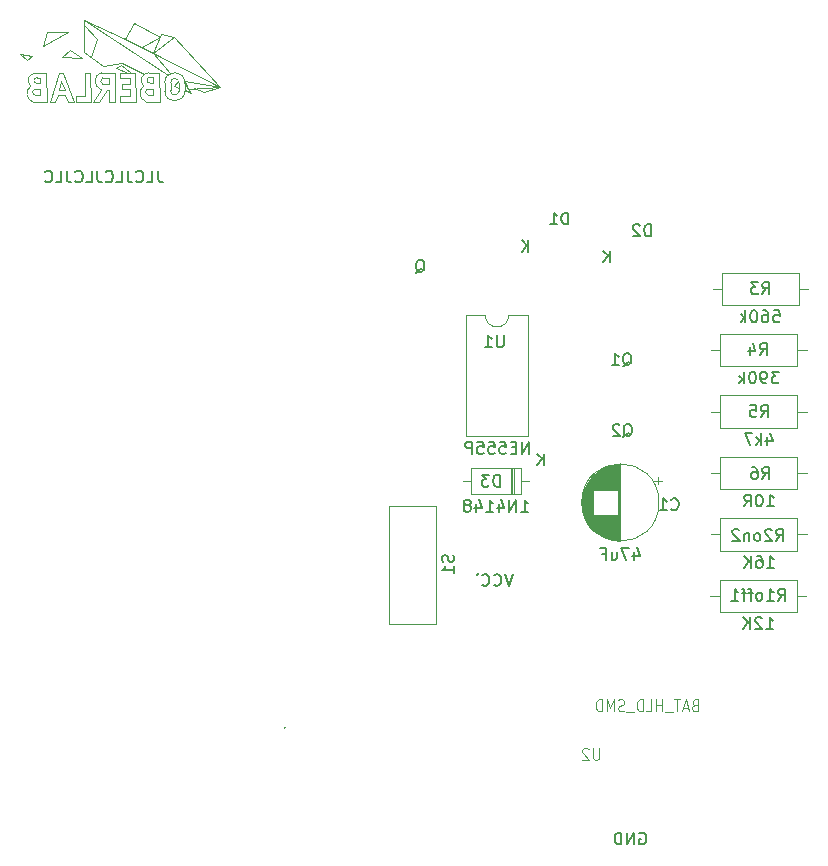
<source format=gbr>
%TF.GenerationSoftware,KiCad,Pcbnew,8.0.1*%
%TF.CreationDate,2024-04-02T10:11:43+02:00*%
%TF.ProjectId,Fledermaus I,466c6564-6572-46d6-9175-7320492e6b69,rev?*%
%TF.SameCoordinates,Original*%
%TF.FileFunction,Legend,Bot*%
%TF.FilePolarity,Positive*%
%FSLAX46Y46*%
G04 Gerber Fmt 4.6, Leading zero omitted, Abs format (unit mm)*
G04 Created by KiCad (PCBNEW 8.0.1) date 2024-04-02 10:11:43*
%MOMM*%
%LPD*%
G01*
G04 APERTURE LIST*
%ADD10C,0.150000*%
%ADD11C,0.050000*%
%ADD12C,0.120000*%
%ADD13C,0.010000*%
G04 APERTURE END LIST*
D10*
X51407506Y-54899819D02*
X51407506Y-55614104D01*
X51407506Y-55614104D02*
X51455125Y-55756961D01*
X51455125Y-55756961D02*
X51550363Y-55852200D01*
X51550363Y-55852200D02*
X51693220Y-55899819D01*
X51693220Y-55899819D02*
X51788458Y-55899819D01*
X50455125Y-55899819D02*
X50931315Y-55899819D01*
X50931315Y-55899819D02*
X50931315Y-54899819D01*
X49550363Y-55804580D02*
X49597982Y-55852200D01*
X49597982Y-55852200D02*
X49740839Y-55899819D01*
X49740839Y-55899819D02*
X49836077Y-55899819D01*
X49836077Y-55899819D02*
X49978934Y-55852200D01*
X49978934Y-55852200D02*
X50074172Y-55756961D01*
X50074172Y-55756961D02*
X50121791Y-55661723D01*
X50121791Y-55661723D02*
X50169410Y-55471247D01*
X50169410Y-55471247D02*
X50169410Y-55328390D01*
X50169410Y-55328390D02*
X50121791Y-55137914D01*
X50121791Y-55137914D02*
X50074172Y-55042676D01*
X50074172Y-55042676D02*
X49978934Y-54947438D01*
X49978934Y-54947438D02*
X49836077Y-54899819D01*
X49836077Y-54899819D02*
X49740839Y-54899819D01*
X49740839Y-54899819D02*
X49597982Y-54947438D01*
X49597982Y-54947438D02*
X49550363Y-54995057D01*
X48836077Y-54899819D02*
X48836077Y-55614104D01*
X48836077Y-55614104D02*
X48883696Y-55756961D01*
X48883696Y-55756961D02*
X48978934Y-55852200D01*
X48978934Y-55852200D02*
X49121791Y-55899819D01*
X49121791Y-55899819D02*
X49217029Y-55899819D01*
X47883696Y-55899819D02*
X48359886Y-55899819D01*
X48359886Y-55899819D02*
X48359886Y-54899819D01*
X46978934Y-55804580D02*
X47026553Y-55852200D01*
X47026553Y-55852200D02*
X47169410Y-55899819D01*
X47169410Y-55899819D02*
X47264648Y-55899819D01*
X47264648Y-55899819D02*
X47407505Y-55852200D01*
X47407505Y-55852200D02*
X47502743Y-55756961D01*
X47502743Y-55756961D02*
X47550362Y-55661723D01*
X47550362Y-55661723D02*
X47597981Y-55471247D01*
X47597981Y-55471247D02*
X47597981Y-55328390D01*
X47597981Y-55328390D02*
X47550362Y-55137914D01*
X47550362Y-55137914D02*
X47502743Y-55042676D01*
X47502743Y-55042676D02*
X47407505Y-54947438D01*
X47407505Y-54947438D02*
X47264648Y-54899819D01*
X47264648Y-54899819D02*
X47169410Y-54899819D01*
X47169410Y-54899819D02*
X47026553Y-54947438D01*
X47026553Y-54947438D02*
X46978934Y-54995057D01*
X46264648Y-54899819D02*
X46264648Y-55614104D01*
X46264648Y-55614104D02*
X46312267Y-55756961D01*
X46312267Y-55756961D02*
X46407505Y-55852200D01*
X46407505Y-55852200D02*
X46550362Y-55899819D01*
X46550362Y-55899819D02*
X46645600Y-55899819D01*
X45312267Y-55899819D02*
X45788457Y-55899819D01*
X45788457Y-55899819D02*
X45788457Y-54899819D01*
X44407505Y-55804580D02*
X44455124Y-55852200D01*
X44455124Y-55852200D02*
X44597981Y-55899819D01*
X44597981Y-55899819D02*
X44693219Y-55899819D01*
X44693219Y-55899819D02*
X44836076Y-55852200D01*
X44836076Y-55852200D02*
X44931314Y-55756961D01*
X44931314Y-55756961D02*
X44978933Y-55661723D01*
X44978933Y-55661723D02*
X45026552Y-55471247D01*
X45026552Y-55471247D02*
X45026552Y-55328390D01*
X45026552Y-55328390D02*
X44978933Y-55137914D01*
X44978933Y-55137914D02*
X44931314Y-55042676D01*
X44931314Y-55042676D02*
X44836076Y-54947438D01*
X44836076Y-54947438D02*
X44693219Y-54899819D01*
X44693219Y-54899819D02*
X44597981Y-54899819D01*
X44597981Y-54899819D02*
X44455124Y-54947438D01*
X44455124Y-54947438D02*
X44407505Y-54995057D01*
X43693219Y-54899819D02*
X43693219Y-55614104D01*
X43693219Y-55614104D02*
X43740838Y-55756961D01*
X43740838Y-55756961D02*
X43836076Y-55852200D01*
X43836076Y-55852200D02*
X43978933Y-55899819D01*
X43978933Y-55899819D02*
X44074171Y-55899819D01*
X42740838Y-55899819D02*
X43217028Y-55899819D01*
X43217028Y-55899819D02*
X43217028Y-54899819D01*
X41836076Y-55804580D02*
X41883695Y-55852200D01*
X41883695Y-55852200D02*
X42026552Y-55899819D01*
X42026552Y-55899819D02*
X42121790Y-55899819D01*
X42121790Y-55899819D02*
X42264647Y-55852200D01*
X42264647Y-55852200D02*
X42359885Y-55756961D01*
X42359885Y-55756961D02*
X42407504Y-55661723D01*
X42407504Y-55661723D02*
X42455123Y-55471247D01*
X42455123Y-55471247D02*
X42455123Y-55328390D01*
X42455123Y-55328390D02*
X42407504Y-55137914D01*
X42407504Y-55137914D02*
X42359885Y-55042676D01*
X42359885Y-55042676D02*
X42264647Y-54947438D01*
X42264647Y-54947438D02*
X42121790Y-54899819D01*
X42121790Y-54899819D02*
X42026552Y-54899819D01*
X42026552Y-54899819D02*
X41883695Y-54947438D01*
X41883695Y-54947438D02*
X41836076Y-54995057D01*
X89663220Y-62669819D02*
X89663220Y-61669819D01*
X89091792Y-62669819D02*
X89520363Y-62098390D01*
X89091792Y-61669819D02*
X89663220Y-62241247D01*
X82763220Y-61769819D02*
X82763220Y-60769819D01*
X82191792Y-61769819D02*
X82620363Y-61198390D01*
X82191792Y-60769819D02*
X82763220Y-61341247D01*
X90745238Y-71450057D02*
X90840476Y-71402438D01*
X90840476Y-71402438D02*
X90935714Y-71307200D01*
X90935714Y-71307200D02*
X91078571Y-71164342D01*
X91078571Y-71164342D02*
X91173809Y-71116723D01*
X91173809Y-71116723D02*
X91269047Y-71116723D01*
X91221428Y-71354819D02*
X91316666Y-71307200D01*
X91316666Y-71307200D02*
X91411904Y-71211961D01*
X91411904Y-71211961D02*
X91459523Y-71021485D01*
X91459523Y-71021485D02*
X91459523Y-70688152D01*
X91459523Y-70688152D02*
X91411904Y-70497676D01*
X91411904Y-70497676D02*
X91316666Y-70402438D01*
X91316666Y-70402438D02*
X91221428Y-70354819D01*
X91221428Y-70354819D02*
X91030952Y-70354819D01*
X91030952Y-70354819D02*
X90935714Y-70402438D01*
X90935714Y-70402438D02*
X90840476Y-70497676D01*
X90840476Y-70497676D02*
X90792857Y-70688152D01*
X90792857Y-70688152D02*
X90792857Y-71021485D01*
X90792857Y-71021485D02*
X90840476Y-71211961D01*
X90840476Y-71211961D02*
X90935714Y-71307200D01*
X90935714Y-71307200D02*
X91030952Y-71354819D01*
X91030952Y-71354819D02*
X91221428Y-71354819D01*
X89840476Y-71354819D02*
X90411904Y-71354819D01*
X90126190Y-71354819D02*
X90126190Y-70354819D01*
X90126190Y-70354819D02*
X90221428Y-70497676D01*
X90221428Y-70497676D02*
X90316666Y-70592914D01*
X90316666Y-70592914D02*
X90411904Y-70640533D01*
X86138094Y-59454819D02*
X86138094Y-58454819D01*
X86138094Y-58454819D02*
X85899999Y-58454819D01*
X85899999Y-58454819D02*
X85757142Y-58502438D01*
X85757142Y-58502438D02*
X85661904Y-58597676D01*
X85661904Y-58597676D02*
X85614285Y-58692914D01*
X85614285Y-58692914D02*
X85566666Y-58883390D01*
X85566666Y-58883390D02*
X85566666Y-59026247D01*
X85566666Y-59026247D02*
X85614285Y-59216723D01*
X85614285Y-59216723D02*
X85661904Y-59311961D01*
X85661904Y-59311961D02*
X85757142Y-59407200D01*
X85757142Y-59407200D02*
X85899999Y-59454819D01*
X85899999Y-59454819D02*
X86138094Y-59454819D01*
X84614285Y-59454819D02*
X85185713Y-59454819D01*
X84899999Y-59454819D02*
X84899999Y-58454819D01*
X84899999Y-58454819D02*
X84995237Y-58597676D01*
X84995237Y-58597676D02*
X85090475Y-58692914D01*
X85090475Y-58692914D02*
X85185713Y-58740533D01*
X90795238Y-77450057D02*
X90890476Y-77402438D01*
X90890476Y-77402438D02*
X90985714Y-77307200D01*
X90985714Y-77307200D02*
X91128571Y-77164342D01*
X91128571Y-77164342D02*
X91223809Y-77116723D01*
X91223809Y-77116723D02*
X91319047Y-77116723D01*
X91271428Y-77354819D02*
X91366666Y-77307200D01*
X91366666Y-77307200D02*
X91461904Y-77211961D01*
X91461904Y-77211961D02*
X91509523Y-77021485D01*
X91509523Y-77021485D02*
X91509523Y-76688152D01*
X91509523Y-76688152D02*
X91461904Y-76497676D01*
X91461904Y-76497676D02*
X91366666Y-76402438D01*
X91366666Y-76402438D02*
X91271428Y-76354819D01*
X91271428Y-76354819D02*
X91080952Y-76354819D01*
X91080952Y-76354819D02*
X90985714Y-76402438D01*
X90985714Y-76402438D02*
X90890476Y-76497676D01*
X90890476Y-76497676D02*
X90842857Y-76688152D01*
X90842857Y-76688152D02*
X90842857Y-77021485D01*
X90842857Y-77021485D02*
X90890476Y-77211961D01*
X90890476Y-77211961D02*
X90985714Y-77307200D01*
X90985714Y-77307200D02*
X91080952Y-77354819D01*
X91080952Y-77354819D02*
X91271428Y-77354819D01*
X90461904Y-76450057D02*
X90414285Y-76402438D01*
X90414285Y-76402438D02*
X90319047Y-76354819D01*
X90319047Y-76354819D02*
X90080952Y-76354819D01*
X90080952Y-76354819D02*
X89985714Y-76402438D01*
X89985714Y-76402438D02*
X89938095Y-76450057D01*
X89938095Y-76450057D02*
X89890476Y-76545295D01*
X89890476Y-76545295D02*
X89890476Y-76640533D01*
X89890476Y-76640533D02*
X89938095Y-76783390D01*
X89938095Y-76783390D02*
X90509523Y-77354819D01*
X90509523Y-77354819D02*
X89890476Y-77354819D01*
X93138094Y-60454819D02*
X93138094Y-59454819D01*
X93138094Y-59454819D02*
X92899999Y-59454819D01*
X92899999Y-59454819D02*
X92757142Y-59502438D01*
X92757142Y-59502438D02*
X92661904Y-59597676D01*
X92661904Y-59597676D02*
X92614285Y-59692914D01*
X92614285Y-59692914D02*
X92566666Y-59883390D01*
X92566666Y-59883390D02*
X92566666Y-60026247D01*
X92566666Y-60026247D02*
X92614285Y-60216723D01*
X92614285Y-60216723D02*
X92661904Y-60311961D01*
X92661904Y-60311961D02*
X92757142Y-60407200D01*
X92757142Y-60407200D02*
X92899999Y-60454819D01*
X92899999Y-60454819D02*
X93138094Y-60454819D01*
X92185713Y-59550057D02*
X92138094Y-59502438D01*
X92138094Y-59502438D02*
X92042856Y-59454819D01*
X92042856Y-59454819D02*
X91804761Y-59454819D01*
X91804761Y-59454819D02*
X91709523Y-59502438D01*
X91709523Y-59502438D02*
X91661904Y-59550057D01*
X91661904Y-59550057D02*
X91614285Y-59645295D01*
X91614285Y-59645295D02*
X91614285Y-59740533D01*
X91614285Y-59740533D02*
X91661904Y-59883390D01*
X91661904Y-59883390D02*
X92233332Y-60454819D01*
X92233332Y-60454819D02*
X91614285Y-60454819D01*
X76407200Y-87458095D02*
X76454819Y-87600952D01*
X76454819Y-87600952D02*
X76454819Y-87839047D01*
X76454819Y-87839047D02*
X76407200Y-87934285D01*
X76407200Y-87934285D02*
X76359580Y-87981904D01*
X76359580Y-87981904D02*
X76264342Y-88029523D01*
X76264342Y-88029523D02*
X76169104Y-88029523D01*
X76169104Y-88029523D02*
X76073866Y-87981904D01*
X76073866Y-87981904D02*
X76026247Y-87934285D01*
X76026247Y-87934285D02*
X75978628Y-87839047D01*
X75978628Y-87839047D02*
X75931009Y-87648571D01*
X75931009Y-87648571D02*
X75883390Y-87553333D01*
X75883390Y-87553333D02*
X75835771Y-87505714D01*
X75835771Y-87505714D02*
X75740533Y-87458095D01*
X75740533Y-87458095D02*
X75645295Y-87458095D01*
X75645295Y-87458095D02*
X75550057Y-87505714D01*
X75550057Y-87505714D02*
X75502438Y-87553333D01*
X75502438Y-87553333D02*
X75454819Y-87648571D01*
X75454819Y-87648571D02*
X75454819Y-87886666D01*
X75454819Y-87886666D02*
X75502438Y-88029523D01*
X76454819Y-88981904D02*
X76454819Y-88410476D01*
X76454819Y-88696190D02*
X75454819Y-88696190D01*
X75454819Y-88696190D02*
X75597676Y-88600952D01*
X75597676Y-88600952D02*
X75692914Y-88505714D01*
X75692914Y-88505714D02*
X75740533Y-88410476D01*
X80338094Y-81654819D02*
X80338094Y-80654819D01*
X80338094Y-80654819D02*
X80099999Y-80654819D01*
X80099999Y-80654819D02*
X79957142Y-80702438D01*
X79957142Y-80702438D02*
X79861904Y-80797676D01*
X79861904Y-80797676D02*
X79814285Y-80892914D01*
X79814285Y-80892914D02*
X79766666Y-81083390D01*
X79766666Y-81083390D02*
X79766666Y-81226247D01*
X79766666Y-81226247D02*
X79814285Y-81416723D01*
X79814285Y-81416723D02*
X79861904Y-81511961D01*
X79861904Y-81511961D02*
X79957142Y-81607200D01*
X79957142Y-81607200D02*
X80099999Y-81654819D01*
X80099999Y-81654819D02*
X80338094Y-81654819D01*
X79433332Y-80654819D02*
X78814285Y-80654819D01*
X78814285Y-80654819D02*
X79147618Y-81035771D01*
X79147618Y-81035771D02*
X79004761Y-81035771D01*
X79004761Y-81035771D02*
X78909523Y-81083390D01*
X78909523Y-81083390D02*
X78861904Y-81131009D01*
X78861904Y-81131009D02*
X78814285Y-81226247D01*
X78814285Y-81226247D02*
X78814285Y-81464342D01*
X78814285Y-81464342D02*
X78861904Y-81559580D01*
X78861904Y-81559580D02*
X78909523Y-81607200D01*
X78909523Y-81607200D02*
X79004761Y-81654819D01*
X79004761Y-81654819D02*
X79290475Y-81654819D01*
X79290475Y-81654819D02*
X79385713Y-81607200D01*
X79385713Y-81607200D02*
X79433332Y-81559580D01*
X82152857Y-83774819D02*
X82724285Y-83774819D01*
X82438571Y-83774819D02*
X82438571Y-82774819D01*
X82438571Y-82774819D02*
X82533809Y-82917676D01*
X82533809Y-82917676D02*
X82629047Y-83012914D01*
X82629047Y-83012914D02*
X82724285Y-83060533D01*
X81724285Y-83774819D02*
X81724285Y-82774819D01*
X81724285Y-82774819D02*
X81152857Y-83774819D01*
X81152857Y-83774819D02*
X81152857Y-82774819D01*
X80248095Y-83108152D02*
X80248095Y-83774819D01*
X80486190Y-82727200D02*
X80724285Y-83441485D01*
X80724285Y-83441485D02*
X80105238Y-83441485D01*
X79200476Y-83774819D02*
X79771904Y-83774819D01*
X79486190Y-83774819D02*
X79486190Y-82774819D01*
X79486190Y-82774819D02*
X79581428Y-82917676D01*
X79581428Y-82917676D02*
X79676666Y-83012914D01*
X79676666Y-83012914D02*
X79771904Y-83060533D01*
X78343333Y-83108152D02*
X78343333Y-83774819D01*
X78581428Y-82727200D02*
X78819523Y-83441485D01*
X78819523Y-83441485D02*
X78200476Y-83441485D01*
X77676666Y-83203390D02*
X77771904Y-83155771D01*
X77771904Y-83155771D02*
X77819523Y-83108152D01*
X77819523Y-83108152D02*
X77867142Y-83012914D01*
X77867142Y-83012914D02*
X77867142Y-82965295D01*
X77867142Y-82965295D02*
X77819523Y-82870057D01*
X77819523Y-82870057D02*
X77771904Y-82822438D01*
X77771904Y-82822438D02*
X77676666Y-82774819D01*
X77676666Y-82774819D02*
X77486190Y-82774819D01*
X77486190Y-82774819D02*
X77390952Y-82822438D01*
X77390952Y-82822438D02*
X77343333Y-82870057D01*
X77343333Y-82870057D02*
X77295714Y-82965295D01*
X77295714Y-82965295D02*
X77295714Y-83012914D01*
X77295714Y-83012914D02*
X77343333Y-83108152D01*
X77343333Y-83108152D02*
X77390952Y-83155771D01*
X77390952Y-83155771D02*
X77486190Y-83203390D01*
X77486190Y-83203390D02*
X77676666Y-83203390D01*
X77676666Y-83203390D02*
X77771904Y-83251009D01*
X77771904Y-83251009D02*
X77819523Y-83298628D01*
X77819523Y-83298628D02*
X77867142Y-83393866D01*
X77867142Y-83393866D02*
X77867142Y-83584342D01*
X77867142Y-83584342D02*
X77819523Y-83679580D01*
X77819523Y-83679580D02*
X77771904Y-83727200D01*
X77771904Y-83727200D02*
X77676666Y-83774819D01*
X77676666Y-83774819D02*
X77486190Y-83774819D01*
X77486190Y-83774819D02*
X77390952Y-83727200D01*
X77390952Y-83727200D02*
X77343333Y-83679580D01*
X77343333Y-83679580D02*
X77295714Y-83584342D01*
X77295714Y-83584342D02*
X77295714Y-83393866D01*
X77295714Y-83393866D02*
X77343333Y-83298628D01*
X77343333Y-83298628D02*
X77390952Y-83251009D01*
X77390952Y-83251009D02*
X77486190Y-83203390D01*
X84081904Y-79854819D02*
X84081904Y-78854819D01*
X83510476Y-79854819D02*
X83939047Y-79283390D01*
X83510476Y-78854819D02*
X84081904Y-79426247D01*
D11*
X88755714Y-103800019D02*
X88755714Y-104609542D01*
X88755714Y-104609542D02*
X88712857Y-104704780D01*
X88712857Y-104704780D02*
X88670000Y-104752400D01*
X88670000Y-104752400D02*
X88584285Y-104800019D01*
X88584285Y-104800019D02*
X88412857Y-104800019D01*
X88412857Y-104800019D02*
X88327142Y-104752400D01*
X88327142Y-104752400D02*
X88284285Y-104704780D01*
X88284285Y-104704780D02*
X88241428Y-104609542D01*
X88241428Y-104609542D02*
X88241428Y-103800019D01*
X87855714Y-103895257D02*
X87812857Y-103847638D01*
X87812857Y-103847638D02*
X87727143Y-103800019D01*
X87727143Y-103800019D02*
X87512857Y-103800019D01*
X87512857Y-103800019D02*
X87427143Y-103847638D01*
X87427143Y-103847638D02*
X87384285Y-103895257D01*
X87384285Y-103895257D02*
X87341428Y-103990495D01*
X87341428Y-103990495D02*
X87341428Y-104085733D01*
X87341428Y-104085733D02*
X87384285Y-104228590D01*
X87384285Y-104228590D02*
X87898571Y-104800019D01*
X87898571Y-104800019D02*
X87341428Y-104800019D01*
X96848570Y-100156209D02*
X96719998Y-100203828D01*
X96719998Y-100203828D02*
X96677141Y-100251447D01*
X96677141Y-100251447D02*
X96634284Y-100346685D01*
X96634284Y-100346685D02*
X96634284Y-100489542D01*
X96634284Y-100489542D02*
X96677141Y-100584780D01*
X96677141Y-100584780D02*
X96719998Y-100632400D01*
X96719998Y-100632400D02*
X96805713Y-100680019D01*
X96805713Y-100680019D02*
X97148570Y-100680019D01*
X97148570Y-100680019D02*
X97148570Y-99680019D01*
X97148570Y-99680019D02*
X96848570Y-99680019D01*
X96848570Y-99680019D02*
X96762856Y-99727638D01*
X96762856Y-99727638D02*
X96719998Y-99775257D01*
X96719998Y-99775257D02*
X96677141Y-99870495D01*
X96677141Y-99870495D02*
X96677141Y-99965733D01*
X96677141Y-99965733D02*
X96719998Y-100060971D01*
X96719998Y-100060971D02*
X96762856Y-100108590D01*
X96762856Y-100108590D02*
X96848570Y-100156209D01*
X96848570Y-100156209D02*
X97148570Y-100156209D01*
X96291427Y-100394304D02*
X95862856Y-100394304D01*
X96377141Y-100680019D02*
X96077141Y-99680019D01*
X96077141Y-99680019D02*
X95777141Y-100680019D01*
X95605712Y-99680019D02*
X95091427Y-99680019D01*
X95348569Y-100680019D02*
X95348569Y-99680019D01*
X95005713Y-100775257D02*
X94319998Y-100775257D01*
X94105713Y-100680019D02*
X94105713Y-99680019D01*
X94105713Y-100156209D02*
X93591427Y-100156209D01*
X93591427Y-100680019D02*
X93591427Y-99680019D01*
X92734284Y-100680019D02*
X93162856Y-100680019D01*
X93162856Y-100680019D02*
X93162856Y-99680019D01*
X92434285Y-100680019D02*
X92434285Y-99680019D01*
X92434285Y-99680019D02*
X92219999Y-99680019D01*
X92219999Y-99680019D02*
X92091428Y-99727638D01*
X92091428Y-99727638D02*
X92005713Y-99822876D01*
X92005713Y-99822876D02*
X91962856Y-99918114D01*
X91962856Y-99918114D02*
X91919999Y-100108590D01*
X91919999Y-100108590D02*
X91919999Y-100251447D01*
X91919999Y-100251447D02*
X91962856Y-100441923D01*
X91962856Y-100441923D02*
X92005713Y-100537161D01*
X92005713Y-100537161D02*
X92091428Y-100632400D01*
X92091428Y-100632400D02*
X92219999Y-100680019D01*
X92219999Y-100680019D02*
X92434285Y-100680019D01*
X91748571Y-100775257D02*
X91062856Y-100775257D01*
X90891428Y-100632400D02*
X90762857Y-100680019D01*
X90762857Y-100680019D02*
X90548571Y-100680019D01*
X90548571Y-100680019D02*
X90462857Y-100632400D01*
X90462857Y-100632400D02*
X90419999Y-100584780D01*
X90419999Y-100584780D02*
X90377142Y-100489542D01*
X90377142Y-100489542D02*
X90377142Y-100394304D01*
X90377142Y-100394304D02*
X90419999Y-100299066D01*
X90419999Y-100299066D02*
X90462857Y-100251447D01*
X90462857Y-100251447D02*
X90548571Y-100203828D01*
X90548571Y-100203828D02*
X90719999Y-100156209D01*
X90719999Y-100156209D02*
X90805714Y-100108590D01*
X90805714Y-100108590D02*
X90848571Y-100060971D01*
X90848571Y-100060971D02*
X90891428Y-99965733D01*
X90891428Y-99965733D02*
X90891428Y-99870495D01*
X90891428Y-99870495D02*
X90848571Y-99775257D01*
X90848571Y-99775257D02*
X90805714Y-99727638D01*
X90805714Y-99727638D02*
X90719999Y-99680019D01*
X90719999Y-99680019D02*
X90505714Y-99680019D01*
X90505714Y-99680019D02*
X90377142Y-99727638D01*
X89991428Y-100680019D02*
X89991428Y-99680019D01*
X89991428Y-99680019D02*
X89691428Y-100394304D01*
X89691428Y-100394304D02*
X89391428Y-99680019D01*
X89391428Y-99680019D02*
X89391428Y-100680019D01*
X88962857Y-100680019D02*
X88962857Y-99680019D01*
X88962857Y-99680019D02*
X88748571Y-99680019D01*
X88748571Y-99680019D02*
X88620000Y-99727638D01*
X88620000Y-99727638D02*
X88534285Y-99822876D01*
X88534285Y-99822876D02*
X88491428Y-99918114D01*
X88491428Y-99918114D02*
X88448571Y-100108590D01*
X88448571Y-100108590D02*
X88448571Y-100251447D01*
X88448571Y-100251447D02*
X88491428Y-100441923D01*
X88491428Y-100441923D02*
X88534285Y-100537161D01*
X88534285Y-100537161D02*
X88620000Y-100632400D01*
X88620000Y-100632400D02*
X88748571Y-100680019D01*
X88748571Y-100680019D02*
X88962857Y-100680019D01*
D10*
X103906667Y-91304819D02*
X104240000Y-90828628D01*
X104478095Y-91304819D02*
X104478095Y-90304819D01*
X104478095Y-90304819D02*
X104097143Y-90304819D01*
X104097143Y-90304819D02*
X104001905Y-90352438D01*
X104001905Y-90352438D02*
X103954286Y-90400057D01*
X103954286Y-90400057D02*
X103906667Y-90495295D01*
X103906667Y-90495295D02*
X103906667Y-90638152D01*
X103906667Y-90638152D02*
X103954286Y-90733390D01*
X103954286Y-90733390D02*
X104001905Y-90781009D01*
X104001905Y-90781009D02*
X104097143Y-90828628D01*
X104097143Y-90828628D02*
X104478095Y-90828628D01*
X102954286Y-91304819D02*
X103525714Y-91304819D01*
X103240000Y-91304819D02*
X103240000Y-90304819D01*
X103240000Y-90304819D02*
X103335238Y-90447676D01*
X103335238Y-90447676D02*
X103430476Y-90542914D01*
X103430476Y-90542914D02*
X103525714Y-90590533D01*
X102382857Y-91304819D02*
X102478095Y-91257200D01*
X102478095Y-91257200D02*
X102525714Y-91209580D01*
X102525714Y-91209580D02*
X102573333Y-91114342D01*
X102573333Y-91114342D02*
X102573333Y-90828628D01*
X102573333Y-90828628D02*
X102525714Y-90733390D01*
X102525714Y-90733390D02*
X102478095Y-90685771D01*
X102478095Y-90685771D02*
X102382857Y-90638152D01*
X102382857Y-90638152D02*
X102240000Y-90638152D01*
X102240000Y-90638152D02*
X102144762Y-90685771D01*
X102144762Y-90685771D02*
X102097143Y-90733390D01*
X102097143Y-90733390D02*
X102049524Y-90828628D01*
X102049524Y-90828628D02*
X102049524Y-91114342D01*
X102049524Y-91114342D02*
X102097143Y-91209580D01*
X102097143Y-91209580D02*
X102144762Y-91257200D01*
X102144762Y-91257200D02*
X102240000Y-91304819D01*
X102240000Y-91304819D02*
X102382857Y-91304819D01*
X101763809Y-90638152D02*
X101382857Y-90638152D01*
X101620952Y-91304819D02*
X101620952Y-90447676D01*
X101620952Y-90447676D02*
X101573333Y-90352438D01*
X101573333Y-90352438D02*
X101478095Y-90304819D01*
X101478095Y-90304819D02*
X101382857Y-90304819D01*
X101192380Y-90638152D02*
X100811428Y-90638152D01*
X101049523Y-91304819D02*
X101049523Y-90447676D01*
X101049523Y-90447676D02*
X101001904Y-90352438D01*
X101001904Y-90352438D02*
X100906666Y-90304819D01*
X100906666Y-90304819D02*
X100811428Y-90304819D01*
X99954285Y-91304819D02*
X100525713Y-91304819D01*
X100239999Y-91304819D02*
X100239999Y-90304819D01*
X100239999Y-90304819D02*
X100335237Y-90447676D01*
X100335237Y-90447676D02*
X100430475Y-90542914D01*
X100430475Y-90542914D02*
X100525713Y-90590533D01*
X102910476Y-93724819D02*
X103481904Y-93724819D01*
X103196190Y-93724819D02*
X103196190Y-92724819D01*
X103196190Y-92724819D02*
X103291428Y-92867676D01*
X103291428Y-92867676D02*
X103386666Y-92962914D01*
X103386666Y-92962914D02*
X103481904Y-93010533D01*
X102529523Y-92820057D02*
X102481904Y-92772438D01*
X102481904Y-92772438D02*
X102386666Y-92724819D01*
X102386666Y-92724819D02*
X102148571Y-92724819D01*
X102148571Y-92724819D02*
X102053333Y-92772438D01*
X102053333Y-92772438D02*
X102005714Y-92820057D01*
X102005714Y-92820057D02*
X101958095Y-92915295D01*
X101958095Y-92915295D02*
X101958095Y-93010533D01*
X101958095Y-93010533D02*
X102005714Y-93153390D01*
X102005714Y-93153390D02*
X102577142Y-93724819D01*
X102577142Y-93724819D02*
X101958095Y-93724819D01*
X101529523Y-93724819D02*
X101529523Y-92724819D01*
X100958095Y-93724819D02*
X101386666Y-93153390D01*
X100958095Y-92724819D02*
X101529523Y-93296247D01*
X102566666Y-65354819D02*
X102899999Y-64878628D01*
X103138094Y-65354819D02*
X103138094Y-64354819D01*
X103138094Y-64354819D02*
X102757142Y-64354819D01*
X102757142Y-64354819D02*
X102661904Y-64402438D01*
X102661904Y-64402438D02*
X102614285Y-64450057D01*
X102614285Y-64450057D02*
X102566666Y-64545295D01*
X102566666Y-64545295D02*
X102566666Y-64688152D01*
X102566666Y-64688152D02*
X102614285Y-64783390D01*
X102614285Y-64783390D02*
X102661904Y-64831009D01*
X102661904Y-64831009D02*
X102757142Y-64878628D01*
X102757142Y-64878628D02*
X103138094Y-64878628D01*
X102233332Y-64354819D02*
X101614285Y-64354819D01*
X101614285Y-64354819D02*
X101947618Y-64735771D01*
X101947618Y-64735771D02*
X101804761Y-64735771D01*
X101804761Y-64735771D02*
X101709523Y-64783390D01*
X101709523Y-64783390D02*
X101661904Y-64831009D01*
X101661904Y-64831009D02*
X101614285Y-64926247D01*
X101614285Y-64926247D02*
X101614285Y-65164342D01*
X101614285Y-65164342D02*
X101661904Y-65259580D01*
X101661904Y-65259580D02*
X101709523Y-65307200D01*
X101709523Y-65307200D02*
X101804761Y-65354819D01*
X101804761Y-65354819D02*
X102090475Y-65354819D01*
X102090475Y-65354819D02*
X102185713Y-65307200D01*
X102185713Y-65307200D02*
X102233332Y-65259580D01*
X103519047Y-66724819D02*
X103995237Y-66724819D01*
X103995237Y-66724819D02*
X104042856Y-67201009D01*
X104042856Y-67201009D02*
X103995237Y-67153390D01*
X103995237Y-67153390D02*
X103899999Y-67105771D01*
X103899999Y-67105771D02*
X103661904Y-67105771D01*
X103661904Y-67105771D02*
X103566666Y-67153390D01*
X103566666Y-67153390D02*
X103519047Y-67201009D01*
X103519047Y-67201009D02*
X103471428Y-67296247D01*
X103471428Y-67296247D02*
X103471428Y-67534342D01*
X103471428Y-67534342D02*
X103519047Y-67629580D01*
X103519047Y-67629580D02*
X103566666Y-67677200D01*
X103566666Y-67677200D02*
X103661904Y-67724819D01*
X103661904Y-67724819D02*
X103899999Y-67724819D01*
X103899999Y-67724819D02*
X103995237Y-67677200D01*
X103995237Y-67677200D02*
X104042856Y-67629580D01*
X102614285Y-66724819D02*
X102804761Y-66724819D01*
X102804761Y-66724819D02*
X102899999Y-66772438D01*
X102899999Y-66772438D02*
X102947618Y-66820057D01*
X102947618Y-66820057D02*
X103042856Y-66962914D01*
X103042856Y-66962914D02*
X103090475Y-67153390D01*
X103090475Y-67153390D02*
X103090475Y-67534342D01*
X103090475Y-67534342D02*
X103042856Y-67629580D01*
X103042856Y-67629580D02*
X102995237Y-67677200D01*
X102995237Y-67677200D02*
X102899999Y-67724819D01*
X102899999Y-67724819D02*
X102709523Y-67724819D01*
X102709523Y-67724819D02*
X102614285Y-67677200D01*
X102614285Y-67677200D02*
X102566666Y-67629580D01*
X102566666Y-67629580D02*
X102519047Y-67534342D01*
X102519047Y-67534342D02*
X102519047Y-67296247D01*
X102519047Y-67296247D02*
X102566666Y-67201009D01*
X102566666Y-67201009D02*
X102614285Y-67153390D01*
X102614285Y-67153390D02*
X102709523Y-67105771D01*
X102709523Y-67105771D02*
X102899999Y-67105771D01*
X102899999Y-67105771D02*
X102995237Y-67153390D01*
X102995237Y-67153390D02*
X103042856Y-67201009D01*
X103042856Y-67201009D02*
X103090475Y-67296247D01*
X101899999Y-66724819D02*
X101804761Y-66724819D01*
X101804761Y-66724819D02*
X101709523Y-66772438D01*
X101709523Y-66772438D02*
X101661904Y-66820057D01*
X101661904Y-66820057D02*
X101614285Y-66915295D01*
X101614285Y-66915295D02*
X101566666Y-67105771D01*
X101566666Y-67105771D02*
X101566666Y-67343866D01*
X101566666Y-67343866D02*
X101614285Y-67534342D01*
X101614285Y-67534342D02*
X101661904Y-67629580D01*
X101661904Y-67629580D02*
X101709523Y-67677200D01*
X101709523Y-67677200D02*
X101804761Y-67724819D01*
X101804761Y-67724819D02*
X101899999Y-67724819D01*
X101899999Y-67724819D02*
X101995237Y-67677200D01*
X101995237Y-67677200D02*
X102042856Y-67629580D01*
X102042856Y-67629580D02*
X102090475Y-67534342D01*
X102090475Y-67534342D02*
X102138094Y-67343866D01*
X102138094Y-67343866D02*
X102138094Y-67105771D01*
X102138094Y-67105771D02*
X102090475Y-66915295D01*
X102090475Y-66915295D02*
X102042856Y-66820057D01*
X102042856Y-66820057D02*
X101995237Y-66772438D01*
X101995237Y-66772438D02*
X101899999Y-66724819D01*
X101138094Y-67724819D02*
X101138094Y-66724819D01*
X101042856Y-67343866D02*
X100757142Y-67724819D01*
X100757142Y-67058152D02*
X101138094Y-67439104D01*
X81423808Y-89054819D02*
X81090475Y-90054819D01*
X81090475Y-90054819D02*
X80757142Y-89054819D01*
X79852380Y-89959580D02*
X79899999Y-90007200D01*
X79899999Y-90007200D02*
X80042856Y-90054819D01*
X80042856Y-90054819D02*
X80138094Y-90054819D01*
X80138094Y-90054819D02*
X80280951Y-90007200D01*
X80280951Y-90007200D02*
X80376189Y-89911961D01*
X80376189Y-89911961D02*
X80423808Y-89816723D01*
X80423808Y-89816723D02*
X80471427Y-89626247D01*
X80471427Y-89626247D02*
X80471427Y-89483390D01*
X80471427Y-89483390D02*
X80423808Y-89292914D01*
X80423808Y-89292914D02*
X80376189Y-89197676D01*
X80376189Y-89197676D02*
X80280951Y-89102438D01*
X80280951Y-89102438D02*
X80138094Y-89054819D01*
X80138094Y-89054819D02*
X80042856Y-89054819D01*
X80042856Y-89054819D02*
X79899999Y-89102438D01*
X79899999Y-89102438D02*
X79852380Y-89150057D01*
X78852380Y-89959580D02*
X78899999Y-90007200D01*
X78899999Y-90007200D02*
X79042856Y-90054819D01*
X79042856Y-90054819D02*
X79138094Y-90054819D01*
X79138094Y-90054819D02*
X79280951Y-90007200D01*
X79280951Y-90007200D02*
X79376189Y-89911961D01*
X79376189Y-89911961D02*
X79423808Y-89816723D01*
X79423808Y-89816723D02*
X79471427Y-89626247D01*
X79471427Y-89626247D02*
X79471427Y-89483390D01*
X79471427Y-89483390D02*
X79423808Y-89292914D01*
X79423808Y-89292914D02*
X79376189Y-89197676D01*
X79376189Y-89197676D02*
X79280951Y-89102438D01*
X79280951Y-89102438D02*
X79138094Y-89054819D01*
X79138094Y-89054819D02*
X79042856Y-89054819D01*
X79042856Y-89054819D02*
X78899999Y-89102438D01*
X78899999Y-89102438D02*
X78852380Y-89150057D01*
X78566665Y-89007200D02*
X78423808Y-89150057D01*
X80661904Y-68854819D02*
X80661904Y-69664342D01*
X80661904Y-69664342D02*
X80614285Y-69759580D01*
X80614285Y-69759580D02*
X80566666Y-69807200D01*
X80566666Y-69807200D02*
X80471428Y-69854819D01*
X80471428Y-69854819D02*
X80280952Y-69854819D01*
X80280952Y-69854819D02*
X80185714Y-69807200D01*
X80185714Y-69807200D02*
X80138095Y-69759580D01*
X80138095Y-69759580D02*
X80090476Y-69664342D01*
X80090476Y-69664342D02*
X80090476Y-68854819D01*
X79090476Y-69854819D02*
X79661904Y-69854819D01*
X79376190Y-69854819D02*
X79376190Y-68854819D01*
X79376190Y-68854819D02*
X79471428Y-68997676D01*
X79471428Y-68997676D02*
X79566666Y-69092914D01*
X79566666Y-69092914D02*
X79661904Y-69140533D01*
X82776666Y-78864819D02*
X82776666Y-77864819D01*
X82776666Y-77864819D02*
X82205238Y-78864819D01*
X82205238Y-78864819D02*
X82205238Y-77864819D01*
X81729047Y-78341009D02*
X81395714Y-78341009D01*
X81252857Y-78864819D02*
X81729047Y-78864819D01*
X81729047Y-78864819D02*
X81729047Y-77864819D01*
X81729047Y-77864819D02*
X81252857Y-77864819D01*
X80348095Y-77864819D02*
X80824285Y-77864819D01*
X80824285Y-77864819D02*
X80871904Y-78341009D01*
X80871904Y-78341009D02*
X80824285Y-78293390D01*
X80824285Y-78293390D02*
X80729047Y-78245771D01*
X80729047Y-78245771D02*
X80490952Y-78245771D01*
X80490952Y-78245771D02*
X80395714Y-78293390D01*
X80395714Y-78293390D02*
X80348095Y-78341009D01*
X80348095Y-78341009D02*
X80300476Y-78436247D01*
X80300476Y-78436247D02*
X80300476Y-78674342D01*
X80300476Y-78674342D02*
X80348095Y-78769580D01*
X80348095Y-78769580D02*
X80395714Y-78817200D01*
X80395714Y-78817200D02*
X80490952Y-78864819D01*
X80490952Y-78864819D02*
X80729047Y-78864819D01*
X80729047Y-78864819D02*
X80824285Y-78817200D01*
X80824285Y-78817200D02*
X80871904Y-78769580D01*
X79395714Y-77864819D02*
X79871904Y-77864819D01*
X79871904Y-77864819D02*
X79919523Y-78341009D01*
X79919523Y-78341009D02*
X79871904Y-78293390D01*
X79871904Y-78293390D02*
X79776666Y-78245771D01*
X79776666Y-78245771D02*
X79538571Y-78245771D01*
X79538571Y-78245771D02*
X79443333Y-78293390D01*
X79443333Y-78293390D02*
X79395714Y-78341009D01*
X79395714Y-78341009D02*
X79348095Y-78436247D01*
X79348095Y-78436247D02*
X79348095Y-78674342D01*
X79348095Y-78674342D02*
X79395714Y-78769580D01*
X79395714Y-78769580D02*
X79443333Y-78817200D01*
X79443333Y-78817200D02*
X79538571Y-78864819D01*
X79538571Y-78864819D02*
X79776666Y-78864819D01*
X79776666Y-78864819D02*
X79871904Y-78817200D01*
X79871904Y-78817200D02*
X79919523Y-78769580D01*
X78443333Y-77864819D02*
X78919523Y-77864819D01*
X78919523Y-77864819D02*
X78967142Y-78341009D01*
X78967142Y-78341009D02*
X78919523Y-78293390D01*
X78919523Y-78293390D02*
X78824285Y-78245771D01*
X78824285Y-78245771D02*
X78586190Y-78245771D01*
X78586190Y-78245771D02*
X78490952Y-78293390D01*
X78490952Y-78293390D02*
X78443333Y-78341009D01*
X78443333Y-78341009D02*
X78395714Y-78436247D01*
X78395714Y-78436247D02*
X78395714Y-78674342D01*
X78395714Y-78674342D02*
X78443333Y-78769580D01*
X78443333Y-78769580D02*
X78490952Y-78817200D01*
X78490952Y-78817200D02*
X78586190Y-78864819D01*
X78586190Y-78864819D02*
X78824285Y-78864819D01*
X78824285Y-78864819D02*
X78919523Y-78817200D01*
X78919523Y-78817200D02*
X78967142Y-78769580D01*
X77967142Y-78864819D02*
X77967142Y-77864819D01*
X77967142Y-77864819D02*
X77586190Y-77864819D01*
X77586190Y-77864819D02*
X77490952Y-77912438D01*
X77490952Y-77912438D02*
X77443333Y-77960057D01*
X77443333Y-77960057D02*
X77395714Y-78055295D01*
X77395714Y-78055295D02*
X77395714Y-78198152D01*
X77395714Y-78198152D02*
X77443333Y-78293390D01*
X77443333Y-78293390D02*
X77490952Y-78341009D01*
X77490952Y-78341009D02*
X77586190Y-78388628D01*
X77586190Y-78388628D02*
X77967142Y-78388628D01*
X92161904Y-111002438D02*
X92257142Y-110954819D01*
X92257142Y-110954819D02*
X92399999Y-110954819D01*
X92399999Y-110954819D02*
X92542856Y-111002438D01*
X92542856Y-111002438D02*
X92638094Y-111097676D01*
X92638094Y-111097676D02*
X92685713Y-111192914D01*
X92685713Y-111192914D02*
X92733332Y-111383390D01*
X92733332Y-111383390D02*
X92733332Y-111526247D01*
X92733332Y-111526247D02*
X92685713Y-111716723D01*
X92685713Y-111716723D02*
X92638094Y-111811961D01*
X92638094Y-111811961D02*
X92542856Y-111907200D01*
X92542856Y-111907200D02*
X92399999Y-111954819D01*
X92399999Y-111954819D02*
X92304761Y-111954819D01*
X92304761Y-111954819D02*
X92161904Y-111907200D01*
X92161904Y-111907200D02*
X92114285Y-111859580D01*
X92114285Y-111859580D02*
X92114285Y-111526247D01*
X92114285Y-111526247D02*
X92304761Y-111526247D01*
X91685713Y-111954819D02*
X91685713Y-110954819D01*
X91685713Y-110954819D02*
X91114285Y-111954819D01*
X91114285Y-111954819D02*
X91114285Y-110954819D01*
X90638094Y-111954819D02*
X90638094Y-110954819D01*
X90638094Y-110954819D02*
X90399999Y-110954819D01*
X90399999Y-110954819D02*
X90257142Y-111002438D01*
X90257142Y-111002438D02*
X90161904Y-111097676D01*
X90161904Y-111097676D02*
X90114285Y-111192914D01*
X90114285Y-111192914D02*
X90066666Y-111383390D01*
X90066666Y-111383390D02*
X90066666Y-111526247D01*
X90066666Y-111526247D02*
X90114285Y-111716723D01*
X90114285Y-111716723D02*
X90161904Y-111811961D01*
X90161904Y-111811961D02*
X90257142Y-111907200D01*
X90257142Y-111907200D02*
X90399999Y-111954819D01*
X90399999Y-111954819D02*
X90638094Y-111954819D01*
X102446666Y-75754819D02*
X102779999Y-75278628D01*
X103018094Y-75754819D02*
X103018094Y-74754819D01*
X103018094Y-74754819D02*
X102637142Y-74754819D01*
X102637142Y-74754819D02*
X102541904Y-74802438D01*
X102541904Y-74802438D02*
X102494285Y-74850057D01*
X102494285Y-74850057D02*
X102446666Y-74945295D01*
X102446666Y-74945295D02*
X102446666Y-75088152D01*
X102446666Y-75088152D02*
X102494285Y-75183390D01*
X102494285Y-75183390D02*
X102541904Y-75231009D01*
X102541904Y-75231009D02*
X102637142Y-75278628D01*
X102637142Y-75278628D02*
X103018094Y-75278628D01*
X101541904Y-74754819D02*
X102018094Y-74754819D01*
X102018094Y-74754819D02*
X102065713Y-75231009D01*
X102065713Y-75231009D02*
X102018094Y-75183390D01*
X102018094Y-75183390D02*
X101922856Y-75135771D01*
X101922856Y-75135771D02*
X101684761Y-75135771D01*
X101684761Y-75135771D02*
X101589523Y-75183390D01*
X101589523Y-75183390D02*
X101541904Y-75231009D01*
X101541904Y-75231009D02*
X101494285Y-75326247D01*
X101494285Y-75326247D02*
X101494285Y-75564342D01*
X101494285Y-75564342D02*
X101541904Y-75659580D01*
X101541904Y-75659580D02*
X101589523Y-75707200D01*
X101589523Y-75707200D02*
X101684761Y-75754819D01*
X101684761Y-75754819D02*
X101922856Y-75754819D01*
X101922856Y-75754819D02*
X102018094Y-75707200D01*
X102018094Y-75707200D02*
X102065713Y-75659580D01*
X102970476Y-77458152D02*
X102970476Y-78124819D01*
X103208571Y-77077200D02*
X103446666Y-77791485D01*
X103446666Y-77791485D02*
X102827619Y-77791485D01*
X102446666Y-78124819D02*
X102446666Y-77124819D01*
X102351428Y-77743866D02*
X102065714Y-78124819D01*
X102065714Y-77458152D02*
X102446666Y-77839104D01*
X101732380Y-77124819D02*
X101065714Y-77124819D01*
X101065714Y-77124819D02*
X101494285Y-78124819D01*
X103747619Y-86254819D02*
X104080952Y-85778628D01*
X104319047Y-86254819D02*
X104319047Y-85254819D01*
X104319047Y-85254819D02*
X103938095Y-85254819D01*
X103938095Y-85254819D02*
X103842857Y-85302438D01*
X103842857Y-85302438D02*
X103795238Y-85350057D01*
X103795238Y-85350057D02*
X103747619Y-85445295D01*
X103747619Y-85445295D02*
X103747619Y-85588152D01*
X103747619Y-85588152D02*
X103795238Y-85683390D01*
X103795238Y-85683390D02*
X103842857Y-85731009D01*
X103842857Y-85731009D02*
X103938095Y-85778628D01*
X103938095Y-85778628D02*
X104319047Y-85778628D01*
X103366666Y-85350057D02*
X103319047Y-85302438D01*
X103319047Y-85302438D02*
X103223809Y-85254819D01*
X103223809Y-85254819D02*
X102985714Y-85254819D01*
X102985714Y-85254819D02*
X102890476Y-85302438D01*
X102890476Y-85302438D02*
X102842857Y-85350057D01*
X102842857Y-85350057D02*
X102795238Y-85445295D01*
X102795238Y-85445295D02*
X102795238Y-85540533D01*
X102795238Y-85540533D02*
X102842857Y-85683390D01*
X102842857Y-85683390D02*
X103414285Y-86254819D01*
X103414285Y-86254819D02*
X102795238Y-86254819D01*
X102223809Y-86254819D02*
X102319047Y-86207200D01*
X102319047Y-86207200D02*
X102366666Y-86159580D01*
X102366666Y-86159580D02*
X102414285Y-86064342D01*
X102414285Y-86064342D02*
X102414285Y-85778628D01*
X102414285Y-85778628D02*
X102366666Y-85683390D01*
X102366666Y-85683390D02*
X102319047Y-85635771D01*
X102319047Y-85635771D02*
X102223809Y-85588152D01*
X102223809Y-85588152D02*
X102080952Y-85588152D01*
X102080952Y-85588152D02*
X101985714Y-85635771D01*
X101985714Y-85635771D02*
X101938095Y-85683390D01*
X101938095Y-85683390D02*
X101890476Y-85778628D01*
X101890476Y-85778628D02*
X101890476Y-86064342D01*
X101890476Y-86064342D02*
X101938095Y-86159580D01*
X101938095Y-86159580D02*
X101985714Y-86207200D01*
X101985714Y-86207200D02*
X102080952Y-86254819D01*
X102080952Y-86254819D02*
X102223809Y-86254819D01*
X101461904Y-85588152D02*
X101461904Y-86254819D01*
X101461904Y-85683390D02*
X101414285Y-85635771D01*
X101414285Y-85635771D02*
X101319047Y-85588152D01*
X101319047Y-85588152D02*
X101176190Y-85588152D01*
X101176190Y-85588152D02*
X101080952Y-85635771D01*
X101080952Y-85635771D02*
X101033333Y-85731009D01*
X101033333Y-85731009D02*
X101033333Y-86254819D01*
X100604761Y-85350057D02*
X100557142Y-85302438D01*
X100557142Y-85302438D02*
X100461904Y-85254819D01*
X100461904Y-85254819D02*
X100223809Y-85254819D01*
X100223809Y-85254819D02*
X100128571Y-85302438D01*
X100128571Y-85302438D02*
X100080952Y-85350057D01*
X100080952Y-85350057D02*
X100033333Y-85445295D01*
X100033333Y-85445295D02*
X100033333Y-85540533D01*
X100033333Y-85540533D02*
X100080952Y-85683390D01*
X100080952Y-85683390D02*
X100652380Y-86254819D01*
X100652380Y-86254819D02*
X100033333Y-86254819D01*
X102970476Y-88524819D02*
X103541904Y-88524819D01*
X103256190Y-88524819D02*
X103256190Y-87524819D01*
X103256190Y-87524819D02*
X103351428Y-87667676D01*
X103351428Y-87667676D02*
X103446666Y-87762914D01*
X103446666Y-87762914D02*
X103541904Y-87810533D01*
X102113333Y-87524819D02*
X102303809Y-87524819D01*
X102303809Y-87524819D02*
X102399047Y-87572438D01*
X102399047Y-87572438D02*
X102446666Y-87620057D01*
X102446666Y-87620057D02*
X102541904Y-87762914D01*
X102541904Y-87762914D02*
X102589523Y-87953390D01*
X102589523Y-87953390D02*
X102589523Y-88334342D01*
X102589523Y-88334342D02*
X102541904Y-88429580D01*
X102541904Y-88429580D02*
X102494285Y-88477200D01*
X102494285Y-88477200D02*
X102399047Y-88524819D01*
X102399047Y-88524819D02*
X102208571Y-88524819D01*
X102208571Y-88524819D02*
X102113333Y-88477200D01*
X102113333Y-88477200D02*
X102065714Y-88429580D01*
X102065714Y-88429580D02*
X102018095Y-88334342D01*
X102018095Y-88334342D02*
X102018095Y-88096247D01*
X102018095Y-88096247D02*
X102065714Y-88001009D01*
X102065714Y-88001009D02*
X102113333Y-87953390D01*
X102113333Y-87953390D02*
X102208571Y-87905771D01*
X102208571Y-87905771D02*
X102399047Y-87905771D01*
X102399047Y-87905771D02*
X102494285Y-87953390D01*
X102494285Y-87953390D02*
X102541904Y-88001009D01*
X102541904Y-88001009D02*
X102589523Y-88096247D01*
X101589523Y-88524819D02*
X101589523Y-87524819D01*
X101018095Y-88524819D02*
X101446666Y-87953390D01*
X101018095Y-87524819D02*
X101589523Y-88096247D01*
X94866666Y-83559580D02*
X94914285Y-83607200D01*
X94914285Y-83607200D02*
X95057142Y-83654819D01*
X95057142Y-83654819D02*
X95152380Y-83654819D01*
X95152380Y-83654819D02*
X95295237Y-83607200D01*
X95295237Y-83607200D02*
X95390475Y-83511961D01*
X95390475Y-83511961D02*
X95438094Y-83416723D01*
X95438094Y-83416723D02*
X95485713Y-83226247D01*
X95485713Y-83226247D02*
X95485713Y-83083390D01*
X95485713Y-83083390D02*
X95438094Y-82892914D01*
X95438094Y-82892914D02*
X95390475Y-82797676D01*
X95390475Y-82797676D02*
X95295237Y-82702438D01*
X95295237Y-82702438D02*
X95152380Y-82654819D01*
X95152380Y-82654819D02*
X95057142Y-82654819D01*
X95057142Y-82654819D02*
X94914285Y-82702438D01*
X94914285Y-82702438D02*
X94866666Y-82750057D01*
X93914285Y-83654819D02*
X94485713Y-83654819D01*
X94199999Y-83654819D02*
X94199999Y-82654819D01*
X94199999Y-82654819D02*
X94295237Y-82797676D01*
X94295237Y-82797676D02*
X94390475Y-82892914D01*
X94390475Y-82892914D02*
X94485713Y-82940533D01*
X91716666Y-87188152D02*
X91716666Y-87854819D01*
X91954761Y-86807200D02*
X92192856Y-87521485D01*
X92192856Y-87521485D02*
X91573809Y-87521485D01*
X91288094Y-86854819D02*
X90621428Y-86854819D01*
X90621428Y-86854819D02*
X91049999Y-87854819D01*
X89811904Y-87188152D02*
X89811904Y-87854819D01*
X90240475Y-87188152D02*
X90240475Y-87711961D01*
X90240475Y-87711961D02*
X90192856Y-87807200D01*
X90192856Y-87807200D02*
X90097618Y-87854819D01*
X90097618Y-87854819D02*
X89954761Y-87854819D01*
X89954761Y-87854819D02*
X89859523Y-87807200D01*
X89859523Y-87807200D02*
X89811904Y-87759580D01*
X89002380Y-87331009D02*
X89335713Y-87331009D01*
X89335713Y-87854819D02*
X89335713Y-86854819D01*
X89335713Y-86854819D02*
X88859523Y-86854819D01*
X102366666Y-70504819D02*
X102699999Y-70028628D01*
X102938094Y-70504819D02*
X102938094Y-69504819D01*
X102938094Y-69504819D02*
X102557142Y-69504819D01*
X102557142Y-69504819D02*
X102461904Y-69552438D01*
X102461904Y-69552438D02*
X102414285Y-69600057D01*
X102414285Y-69600057D02*
X102366666Y-69695295D01*
X102366666Y-69695295D02*
X102366666Y-69838152D01*
X102366666Y-69838152D02*
X102414285Y-69933390D01*
X102414285Y-69933390D02*
X102461904Y-69981009D01*
X102461904Y-69981009D02*
X102557142Y-70028628D01*
X102557142Y-70028628D02*
X102938094Y-70028628D01*
X101509523Y-69838152D02*
X101509523Y-70504819D01*
X101747618Y-69457200D02*
X101985713Y-70171485D01*
X101985713Y-70171485D02*
X101366666Y-70171485D01*
X103970475Y-71924819D02*
X103351428Y-71924819D01*
X103351428Y-71924819D02*
X103684761Y-72305771D01*
X103684761Y-72305771D02*
X103541904Y-72305771D01*
X103541904Y-72305771D02*
X103446666Y-72353390D01*
X103446666Y-72353390D02*
X103399047Y-72401009D01*
X103399047Y-72401009D02*
X103351428Y-72496247D01*
X103351428Y-72496247D02*
X103351428Y-72734342D01*
X103351428Y-72734342D02*
X103399047Y-72829580D01*
X103399047Y-72829580D02*
X103446666Y-72877200D01*
X103446666Y-72877200D02*
X103541904Y-72924819D01*
X103541904Y-72924819D02*
X103827618Y-72924819D01*
X103827618Y-72924819D02*
X103922856Y-72877200D01*
X103922856Y-72877200D02*
X103970475Y-72829580D01*
X102875237Y-72924819D02*
X102684761Y-72924819D01*
X102684761Y-72924819D02*
X102589523Y-72877200D01*
X102589523Y-72877200D02*
X102541904Y-72829580D01*
X102541904Y-72829580D02*
X102446666Y-72686723D01*
X102446666Y-72686723D02*
X102399047Y-72496247D01*
X102399047Y-72496247D02*
X102399047Y-72115295D01*
X102399047Y-72115295D02*
X102446666Y-72020057D01*
X102446666Y-72020057D02*
X102494285Y-71972438D01*
X102494285Y-71972438D02*
X102589523Y-71924819D01*
X102589523Y-71924819D02*
X102779999Y-71924819D01*
X102779999Y-71924819D02*
X102875237Y-71972438D01*
X102875237Y-71972438D02*
X102922856Y-72020057D01*
X102922856Y-72020057D02*
X102970475Y-72115295D01*
X102970475Y-72115295D02*
X102970475Y-72353390D01*
X102970475Y-72353390D02*
X102922856Y-72448628D01*
X102922856Y-72448628D02*
X102875237Y-72496247D01*
X102875237Y-72496247D02*
X102779999Y-72543866D01*
X102779999Y-72543866D02*
X102589523Y-72543866D01*
X102589523Y-72543866D02*
X102494285Y-72496247D01*
X102494285Y-72496247D02*
X102446666Y-72448628D01*
X102446666Y-72448628D02*
X102399047Y-72353390D01*
X101779999Y-71924819D02*
X101684761Y-71924819D01*
X101684761Y-71924819D02*
X101589523Y-71972438D01*
X101589523Y-71972438D02*
X101541904Y-72020057D01*
X101541904Y-72020057D02*
X101494285Y-72115295D01*
X101494285Y-72115295D02*
X101446666Y-72305771D01*
X101446666Y-72305771D02*
X101446666Y-72543866D01*
X101446666Y-72543866D02*
X101494285Y-72734342D01*
X101494285Y-72734342D02*
X101541904Y-72829580D01*
X101541904Y-72829580D02*
X101589523Y-72877200D01*
X101589523Y-72877200D02*
X101684761Y-72924819D01*
X101684761Y-72924819D02*
X101779999Y-72924819D01*
X101779999Y-72924819D02*
X101875237Y-72877200D01*
X101875237Y-72877200D02*
X101922856Y-72829580D01*
X101922856Y-72829580D02*
X101970475Y-72734342D01*
X101970475Y-72734342D02*
X102018094Y-72543866D01*
X102018094Y-72543866D02*
X102018094Y-72305771D01*
X102018094Y-72305771D02*
X101970475Y-72115295D01*
X101970475Y-72115295D02*
X101922856Y-72020057D01*
X101922856Y-72020057D02*
X101875237Y-71972438D01*
X101875237Y-71972438D02*
X101779999Y-71924819D01*
X101018094Y-72924819D02*
X101018094Y-71924819D01*
X100922856Y-72543866D02*
X100637142Y-72924819D01*
X100637142Y-72258152D02*
X101018094Y-72639104D01*
X73219047Y-63550057D02*
X73314285Y-63502438D01*
X73314285Y-63502438D02*
X73409523Y-63407200D01*
X73409523Y-63407200D02*
X73552380Y-63264342D01*
X73552380Y-63264342D02*
X73647618Y-63216723D01*
X73647618Y-63216723D02*
X73742856Y-63216723D01*
X73695237Y-63454819D02*
X73790475Y-63407200D01*
X73790475Y-63407200D02*
X73885713Y-63311961D01*
X73885713Y-63311961D02*
X73933332Y-63121485D01*
X73933332Y-63121485D02*
X73933332Y-62788152D01*
X73933332Y-62788152D02*
X73885713Y-62597676D01*
X73885713Y-62597676D02*
X73790475Y-62502438D01*
X73790475Y-62502438D02*
X73695237Y-62454819D01*
X73695237Y-62454819D02*
X73504761Y-62454819D01*
X73504761Y-62454819D02*
X73409523Y-62502438D01*
X73409523Y-62502438D02*
X73314285Y-62597676D01*
X73314285Y-62597676D02*
X73266666Y-62788152D01*
X73266666Y-62788152D02*
X73266666Y-63121485D01*
X73266666Y-63121485D02*
X73314285Y-63311961D01*
X73314285Y-63311961D02*
X73409523Y-63407200D01*
X73409523Y-63407200D02*
X73504761Y-63454819D01*
X73504761Y-63454819D02*
X73695237Y-63454819D01*
X102566666Y-81004819D02*
X102899999Y-80528628D01*
X103138094Y-81004819D02*
X103138094Y-80004819D01*
X103138094Y-80004819D02*
X102757142Y-80004819D01*
X102757142Y-80004819D02*
X102661904Y-80052438D01*
X102661904Y-80052438D02*
X102614285Y-80100057D01*
X102614285Y-80100057D02*
X102566666Y-80195295D01*
X102566666Y-80195295D02*
X102566666Y-80338152D01*
X102566666Y-80338152D02*
X102614285Y-80433390D01*
X102614285Y-80433390D02*
X102661904Y-80481009D01*
X102661904Y-80481009D02*
X102757142Y-80528628D01*
X102757142Y-80528628D02*
X103138094Y-80528628D01*
X101709523Y-80004819D02*
X101899999Y-80004819D01*
X101899999Y-80004819D02*
X101995237Y-80052438D01*
X101995237Y-80052438D02*
X102042856Y-80100057D01*
X102042856Y-80100057D02*
X102138094Y-80242914D01*
X102138094Y-80242914D02*
X102185713Y-80433390D01*
X102185713Y-80433390D02*
X102185713Y-80814342D01*
X102185713Y-80814342D02*
X102138094Y-80909580D01*
X102138094Y-80909580D02*
X102090475Y-80957200D01*
X102090475Y-80957200D02*
X101995237Y-81004819D01*
X101995237Y-81004819D02*
X101804761Y-81004819D01*
X101804761Y-81004819D02*
X101709523Y-80957200D01*
X101709523Y-80957200D02*
X101661904Y-80909580D01*
X101661904Y-80909580D02*
X101614285Y-80814342D01*
X101614285Y-80814342D02*
X101614285Y-80576247D01*
X101614285Y-80576247D02*
X101661904Y-80481009D01*
X101661904Y-80481009D02*
X101709523Y-80433390D01*
X101709523Y-80433390D02*
X101804761Y-80385771D01*
X101804761Y-80385771D02*
X101995237Y-80385771D01*
X101995237Y-80385771D02*
X102090475Y-80433390D01*
X102090475Y-80433390D02*
X102138094Y-80481009D01*
X102138094Y-80481009D02*
X102185713Y-80576247D01*
X102970476Y-83324819D02*
X103541904Y-83324819D01*
X103256190Y-83324819D02*
X103256190Y-82324819D01*
X103256190Y-82324819D02*
X103351428Y-82467676D01*
X103351428Y-82467676D02*
X103446666Y-82562914D01*
X103446666Y-82562914D02*
X103541904Y-82610533D01*
X102351428Y-82324819D02*
X102256190Y-82324819D01*
X102256190Y-82324819D02*
X102160952Y-82372438D01*
X102160952Y-82372438D02*
X102113333Y-82420057D01*
X102113333Y-82420057D02*
X102065714Y-82515295D01*
X102065714Y-82515295D02*
X102018095Y-82705771D01*
X102018095Y-82705771D02*
X102018095Y-82943866D01*
X102018095Y-82943866D02*
X102065714Y-83134342D01*
X102065714Y-83134342D02*
X102113333Y-83229580D01*
X102113333Y-83229580D02*
X102160952Y-83277200D01*
X102160952Y-83277200D02*
X102256190Y-83324819D01*
X102256190Y-83324819D02*
X102351428Y-83324819D01*
X102351428Y-83324819D02*
X102446666Y-83277200D01*
X102446666Y-83277200D02*
X102494285Y-83229580D01*
X102494285Y-83229580D02*
X102541904Y-83134342D01*
X102541904Y-83134342D02*
X102589523Y-82943866D01*
X102589523Y-82943866D02*
X102589523Y-82705771D01*
X102589523Y-82705771D02*
X102541904Y-82515295D01*
X102541904Y-82515295D02*
X102494285Y-82420057D01*
X102494285Y-82420057D02*
X102446666Y-82372438D01*
X102446666Y-82372438D02*
X102351428Y-82324819D01*
X101018095Y-83324819D02*
X101351428Y-82848628D01*
X101589523Y-83324819D02*
X101589523Y-82324819D01*
X101589523Y-82324819D02*
X101208571Y-82324819D01*
X101208571Y-82324819D02*
X101113333Y-82372438D01*
X101113333Y-82372438D02*
X101065714Y-82420057D01*
X101065714Y-82420057D02*
X101018095Y-82515295D01*
X101018095Y-82515295D02*
X101018095Y-82658152D01*
X101018095Y-82658152D02*
X101065714Y-82753390D01*
X101065714Y-82753390D02*
X101113333Y-82801009D01*
X101113333Y-82801009D02*
X101208571Y-82848628D01*
X101208571Y-82848628D02*
X101589523Y-82848628D01*
D11*
%TO.C,G\u002A\u002A\u002A*%
X39725000Y-45050000D02*
X40300000Y-45525000D01*
X40300000Y-45525000D02*
X40725000Y-45200000D01*
X40725000Y-45200000D02*
X39725000Y-45050000D01*
D12*
X41050000Y-46638605D02*
X41950000Y-46625000D01*
X41449999Y-48020050D02*
X41049999Y-48020050D01*
X41450000Y-47025000D02*
X41200000Y-47025000D01*
X41450000Y-47075000D02*
X41450000Y-47525000D01*
X41450000Y-47525000D02*
X41150000Y-47525000D01*
X41450000Y-48025000D02*
X41450000Y-48525000D01*
X41450000Y-48525000D02*
X41000000Y-48525000D01*
D11*
X41675000Y-44325000D02*
X42025000Y-43150000D01*
D12*
X41950000Y-46625000D02*
X42000000Y-49075000D01*
X42000000Y-49075000D02*
X40800000Y-49075000D01*
D11*
X42025000Y-43150000D02*
X43825000Y-43200000D01*
D12*
X42275000Y-49075000D02*
X43050000Y-46625000D01*
X42675000Y-49075000D02*
X42275000Y-49075000D01*
X42925000Y-48475000D02*
X42675000Y-49075000D01*
X43000000Y-48075000D02*
X43225000Y-47325000D01*
X43050000Y-46625000D02*
X43375000Y-46625000D01*
X43225000Y-47325000D02*
X43500000Y-48075000D01*
D11*
X43250000Y-45250000D02*
X44925000Y-45350000D01*
D12*
X43375000Y-46625000D02*
X44275000Y-49075000D01*
X43500000Y-48075000D02*
X43000000Y-48075000D01*
X43525000Y-48475000D02*
X42925000Y-48475000D01*
X43775000Y-49075000D02*
X43525000Y-48475000D01*
X43775000Y-49075000D02*
X44275000Y-49075000D01*
D11*
X43825000Y-43200000D02*
X41675000Y-44325000D01*
X43950000Y-44675000D02*
X43250000Y-45250000D01*
D12*
X44450000Y-48600000D02*
X44450000Y-49050000D01*
X44450000Y-49050000D02*
X45700000Y-49050000D01*
D11*
X44950000Y-45350000D02*
X43950000Y-44675000D01*
X45100000Y-44900000D02*
X46725000Y-46025000D01*
X45150000Y-42575000D02*
X46275000Y-43800000D01*
X45175000Y-42175000D02*
X45100000Y-44900000D01*
D12*
X45200000Y-48600000D02*
X44450000Y-48600000D01*
X45225000Y-46600000D02*
X45200000Y-48600000D01*
X45675000Y-46600000D02*
X45225000Y-46600000D01*
X45700000Y-49050000D02*
X45675000Y-46600000D01*
X45875000Y-49050000D02*
X46575000Y-48100000D01*
X45975000Y-49050000D02*
X45875000Y-49050000D01*
D11*
X46275000Y-43800000D02*
X45700000Y-45300000D01*
D12*
X46375000Y-49050000D02*
X45975000Y-49050000D01*
X46616269Y-46594594D02*
X47725000Y-46600000D01*
D11*
X46725000Y-46025000D02*
X48400000Y-45800000D01*
D12*
X46775000Y-47050000D02*
X47225000Y-47050000D01*
X47125000Y-48100000D02*
X46375000Y-49050000D01*
X47225000Y-47050000D02*
X47225000Y-47600000D01*
X47225000Y-47600000D02*
X46725000Y-47600000D01*
X47275000Y-48100000D02*
X47125000Y-48100000D01*
X47275000Y-49050000D02*
X47275000Y-48100000D01*
X47725000Y-46600000D02*
X47725000Y-49050000D01*
X47725000Y-49050000D02*
X47275000Y-49050000D01*
D11*
X47875000Y-46250000D02*
X48850000Y-46600000D01*
D12*
X48175000Y-46600000D02*
X49475000Y-46600000D01*
X48175000Y-47100000D02*
X48175000Y-46600000D01*
X48175000Y-48550000D02*
X49025000Y-48550000D01*
X48175000Y-49050000D02*
X48175000Y-48550000D01*
D11*
X48275000Y-45975000D02*
X47875000Y-46250000D01*
D12*
X48375000Y-47550000D02*
X49025000Y-47550000D01*
X48375000Y-48000000D02*
X48375000Y-47550000D01*
D11*
X48400000Y-45800000D02*
X50225000Y-46700000D01*
X48650000Y-43800000D02*
X45175000Y-42175000D01*
X48650000Y-43800000D02*
X50975000Y-44950000D01*
D12*
X49025000Y-47100000D02*
X48175000Y-47100000D01*
X49025000Y-47550000D02*
X49025000Y-47100000D01*
X49025000Y-48000000D02*
X48375000Y-48000000D01*
X49025000Y-48550000D02*
X49025000Y-48000000D01*
D11*
X49050000Y-46575000D02*
X48275000Y-45975000D01*
X49400000Y-42375000D02*
X48650000Y-43800000D01*
X49400000Y-42375000D02*
X51600000Y-43550000D01*
D12*
X49425000Y-49050000D02*
X48175000Y-49050000D01*
X49475000Y-46600000D02*
X49525000Y-49050000D01*
X49525000Y-49050000D02*
X49425000Y-49050000D01*
X50625000Y-46613605D02*
X51525000Y-46600000D01*
D11*
X50975000Y-44950000D02*
X52450000Y-46675000D01*
X50975000Y-44950000D02*
X56625000Y-47800000D01*
D12*
X51024999Y-47995050D02*
X50624999Y-47995050D01*
X51025000Y-47000000D02*
X50775000Y-47000000D01*
X51025000Y-47050000D02*
X51025000Y-47500000D01*
X51025000Y-47500000D02*
X50725000Y-47500000D01*
X51025000Y-48000000D02*
X51025000Y-48500000D01*
X51025000Y-48500000D02*
X50575000Y-48500000D01*
X51525000Y-46600000D02*
X51575000Y-49050000D01*
X51575000Y-49050000D02*
X50375000Y-49050000D01*
D11*
X51600000Y-43550000D02*
X50025000Y-44450000D01*
X51700000Y-43375000D02*
X50975000Y-44950000D01*
D12*
X51975000Y-47450000D02*
X51975000Y-48150000D01*
D11*
X52275000Y-46775000D02*
X45175000Y-42175000D01*
D12*
X52475000Y-47450000D02*
X52475000Y-48100000D01*
D11*
X52725000Y-43625000D02*
X50975000Y-44950000D01*
X52725000Y-43625000D02*
X51700000Y-43375000D01*
X52800000Y-47700000D02*
X53175000Y-47875000D01*
X53125000Y-47300000D02*
X52800000Y-47700000D01*
D12*
X53175000Y-47450000D02*
X53175000Y-48150000D01*
D11*
X53675000Y-48050000D02*
X54225000Y-48325000D01*
D12*
X53675000Y-48150000D02*
X53675000Y-47450000D01*
D11*
X53725000Y-47325000D02*
X53950000Y-47950000D01*
X53950000Y-47950000D02*
X56625000Y-47800000D01*
X54225000Y-48325000D02*
X53650000Y-47525000D01*
X55300000Y-48275000D02*
X54475000Y-47925000D01*
X56625000Y-47800000D02*
X52725000Y-43625000D01*
X56625000Y-47800000D02*
X53725000Y-47325000D01*
X56625000Y-47800000D02*
X55300000Y-48275000D01*
D12*
X40600001Y-47724999D02*
G75*
G02*
X41050000Y-46638606I449999J449999D01*
G01*
X40800001Y-49074998D02*
G75*
G02*
X40623744Y-47766064I249998J699998D01*
G01*
X41000001Y-48524998D02*
G75*
G02*
X41049999Y-48020051I49999J249998D01*
G01*
X41150000Y-47525000D02*
G75*
G02*
X41210634Y-47032464I0J250000D01*
G01*
X46600001Y-48049998D02*
G75*
G02*
X46616269Y-46594595I249999J724998D01*
G01*
X46725001Y-47599998D02*
G75*
G02*
X46725001Y-47050002I124999J274998D01*
G01*
X50175001Y-47699999D02*
G75*
G02*
X50625000Y-46613606I449999J449999D01*
G01*
X50375001Y-49049998D02*
G75*
G02*
X50198744Y-47741064I249998J699998D01*
G01*
X50575001Y-48499998D02*
G75*
G02*
X50624999Y-47995051I49999J249998D01*
G01*
X50725000Y-47500000D02*
G75*
G02*
X50785634Y-47007464I0J250000D01*
G01*
X51975000Y-47450000D02*
G75*
G02*
X53675000Y-47450000I850000J0D01*
G01*
X52475000Y-47450000D02*
G75*
G02*
X53175000Y-47450000I350000J0D01*
G01*
X53175000Y-48150000D02*
G75*
G02*
X52475000Y-48150000I-350000J0D01*
G01*
X53675000Y-48150000D02*
G75*
G02*
X51975000Y-48150000I-850000J0D01*
G01*
D13*
X62172361Y-102045226D02*
X62108542Y-102109045D01*
X62044723Y-102045226D01*
X62108542Y-101981407D01*
X62172361Y-102045226D01*
G36*
X62172361Y-102045226D02*
G01*
X62108542Y-102109045D01*
X62044723Y-102045226D01*
X62108542Y-101981407D01*
X62172361Y-102045226D01*
G37*
D12*
%TO.C,S1*%
X70969600Y-93287600D02*
X74906600Y-93313000D01*
X74906600Y-93287600D02*
X74906600Y-83330800D01*
X70969600Y-83330800D02*
X70969600Y-93287600D01*
X74906600Y-83330800D02*
X70969600Y-83330800D01*
%TO.C,D3*%
X82780000Y-81200000D02*
X82130000Y-81200000D01*
X82130000Y-82320000D02*
X77890000Y-82320000D01*
X82130000Y-80080000D02*
X82130000Y-82320000D01*
X81530000Y-80080000D02*
X81530000Y-82320000D01*
X81410000Y-80080000D02*
X81410000Y-82320000D01*
X81290000Y-80080000D02*
X81290000Y-82320000D01*
X77890000Y-82320000D02*
X77890000Y-80080000D01*
X77890000Y-80080000D02*
X82130000Y-80080000D01*
X77240000Y-81200000D02*
X77890000Y-81200000D01*
%TO.C,R1off1*%
X106260000Y-90900000D02*
X105490000Y-90900000D01*
X105490000Y-92270000D02*
X98950000Y-92270000D01*
X105490000Y-89530000D02*
X105490000Y-92270000D01*
X98950000Y-92270000D02*
X98950000Y-89530000D01*
X98950000Y-89530000D02*
X105490000Y-89530000D01*
X98180000Y-90900000D02*
X98950000Y-90900000D01*
%TO.C,R3*%
X106440000Y-64900000D02*
X105670000Y-64900000D01*
X105670000Y-66270000D02*
X99130000Y-66270000D01*
X105670000Y-63530000D02*
X105670000Y-66270000D01*
X99130000Y-66270000D02*
X99130000Y-63530000D01*
X99130000Y-63530000D02*
X105670000Y-63530000D01*
X98360000Y-64900000D02*
X99130000Y-64900000D01*
%TO.C,U1*%
X82760000Y-77410000D02*
X77460000Y-77410000D01*
X82760000Y-67130000D02*
X82760000Y-77410000D01*
X81110000Y-67130000D02*
X82760000Y-67130000D01*
X77460000Y-77410000D02*
X77460000Y-67130000D01*
X77460000Y-67130000D02*
X79110000Y-67130000D01*
X81110000Y-67130000D02*
G75*
G02*
X79110000Y-67130000I-1000000J0D01*
G01*
%TO.C,R5*%
X106320000Y-75300000D02*
X105550000Y-75300000D01*
X105550000Y-76670000D02*
X99010000Y-76670000D01*
X105550000Y-73930000D02*
X105550000Y-76670000D01*
X99010000Y-76670000D02*
X99010000Y-73930000D01*
X99010000Y-73930000D02*
X105550000Y-73930000D01*
X98240000Y-75300000D02*
X99010000Y-75300000D01*
%TO.C,R2on2*%
X106320000Y-85700000D02*
X105550000Y-85700000D01*
X105550000Y-87070000D02*
X99010000Y-87070000D01*
X105550000Y-84330000D02*
X105550000Y-87070000D01*
X99010000Y-87070000D02*
X99010000Y-84330000D01*
X99010000Y-84330000D02*
X105550000Y-84330000D01*
X98240000Y-85700000D02*
X99010000Y-85700000D01*
%TO.C,C1*%
X94050241Y-81161000D02*
X93420241Y-81161000D01*
X93735241Y-80846000D02*
X93735241Y-81476000D01*
X90550000Y-79770000D02*
X90550000Y-86230000D01*
X90510000Y-79770000D02*
X90510000Y-86230000D01*
X90470000Y-79770000D02*
X90470000Y-86230000D01*
X90430000Y-79772000D02*
X90430000Y-86228000D01*
X90390000Y-79773000D02*
X90390000Y-86227000D01*
X90350000Y-79776000D02*
X90350000Y-86224000D01*
X90310000Y-84040000D02*
X90310000Y-86222000D01*
X90310000Y-79778000D02*
X90310000Y-81960000D01*
X90270000Y-84040000D02*
X90270000Y-86218000D01*
X90270000Y-79782000D02*
X90270000Y-81960000D01*
X90230000Y-84040000D02*
X90230000Y-86215000D01*
X90230000Y-79785000D02*
X90230000Y-81960000D01*
X90190000Y-84040000D02*
X90190000Y-86211000D01*
X90190000Y-79789000D02*
X90190000Y-81960000D01*
X90150000Y-84040000D02*
X90150000Y-86206000D01*
X90150000Y-79794000D02*
X90150000Y-81960000D01*
X90110000Y-84040000D02*
X90110000Y-86201000D01*
X90110000Y-79799000D02*
X90110000Y-81960000D01*
X90070000Y-84040000D02*
X90070000Y-86195000D01*
X90070000Y-79805000D02*
X90070000Y-81960000D01*
X90030000Y-84040000D02*
X90030000Y-86189000D01*
X90030000Y-79811000D02*
X90030000Y-81960000D01*
X89990000Y-84040000D02*
X89990000Y-86182000D01*
X89990000Y-79818000D02*
X89990000Y-81960000D01*
X89950000Y-84040000D02*
X89950000Y-86175000D01*
X89950000Y-79825000D02*
X89950000Y-81960000D01*
X89910000Y-84040000D02*
X89910000Y-86167000D01*
X89910000Y-79833000D02*
X89910000Y-81960000D01*
X89870000Y-84040000D02*
X89870000Y-86159000D01*
X89870000Y-79841000D02*
X89870000Y-81960000D01*
X89829000Y-84040000D02*
X89829000Y-86150000D01*
X89829000Y-79850000D02*
X89829000Y-81960000D01*
X89789000Y-84040000D02*
X89789000Y-86141000D01*
X89789000Y-79859000D02*
X89789000Y-81960000D01*
X89749000Y-84040000D02*
X89749000Y-86131000D01*
X89749000Y-79869000D02*
X89749000Y-81960000D01*
X89709000Y-84040000D02*
X89709000Y-86121000D01*
X89709000Y-79879000D02*
X89709000Y-81960000D01*
X89669000Y-84040000D02*
X89669000Y-86110000D01*
X89669000Y-79890000D02*
X89669000Y-81960000D01*
X89629000Y-84040000D02*
X89629000Y-86098000D01*
X89629000Y-79902000D02*
X89629000Y-81960000D01*
X89589000Y-84040000D02*
X89589000Y-86086000D01*
X89589000Y-79914000D02*
X89589000Y-81960000D01*
X89549000Y-84040000D02*
X89549000Y-86074000D01*
X89549000Y-79926000D02*
X89549000Y-81960000D01*
X89509000Y-84040000D02*
X89509000Y-86061000D01*
X89509000Y-79939000D02*
X89509000Y-81960000D01*
X89469000Y-84040000D02*
X89469000Y-86047000D01*
X89469000Y-79953000D02*
X89469000Y-81960000D01*
X89429000Y-84040000D02*
X89429000Y-86033000D01*
X89429000Y-79967000D02*
X89429000Y-81960000D01*
X89389000Y-84040000D02*
X89389000Y-86018000D01*
X89389000Y-79982000D02*
X89389000Y-81960000D01*
X89349000Y-84040000D02*
X89349000Y-86002000D01*
X89349000Y-79998000D02*
X89349000Y-81960000D01*
X89309000Y-84040000D02*
X89309000Y-85986000D01*
X89309000Y-80014000D02*
X89309000Y-81960000D01*
X89269000Y-84040000D02*
X89269000Y-85970000D01*
X89269000Y-80030000D02*
X89269000Y-81960000D01*
X89229000Y-84040000D02*
X89229000Y-85952000D01*
X89229000Y-80048000D02*
X89229000Y-81960000D01*
X89189000Y-84040000D02*
X89189000Y-85934000D01*
X89189000Y-80066000D02*
X89189000Y-81960000D01*
X89149000Y-84040000D02*
X89149000Y-85916000D01*
X89149000Y-80084000D02*
X89149000Y-81960000D01*
X89109000Y-84040000D02*
X89109000Y-85896000D01*
X89109000Y-80104000D02*
X89109000Y-81960000D01*
X89069000Y-84040000D02*
X89069000Y-85876000D01*
X89069000Y-80124000D02*
X89069000Y-81960000D01*
X89029000Y-84040000D02*
X89029000Y-85856000D01*
X89029000Y-80144000D02*
X89029000Y-81960000D01*
X88989000Y-84040000D02*
X88989000Y-85834000D01*
X88989000Y-80166000D02*
X88989000Y-81960000D01*
X88949000Y-84040000D02*
X88949000Y-85812000D01*
X88949000Y-80188000D02*
X88949000Y-81960000D01*
X88909000Y-84040000D02*
X88909000Y-85790000D01*
X88909000Y-80210000D02*
X88909000Y-81960000D01*
X88869000Y-84040000D02*
X88869000Y-85766000D01*
X88869000Y-80234000D02*
X88869000Y-81960000D01*
X88829000Y-84040000D02*
X88829000Y-85742000D01*
X88829000Y-80258000D02*
X88829000Y-81960000D01*
X88789000Y-84040000D02*
X88789000Y-85716000D01*
X88789000Y-80284000D02*
X88789000Y-81960000D01*
X88749000Y-84040000D02*
X88749000Y-85690000D01*
X88749000Y-80310000D02*
X88749000Y-81960000D01*
X88709000Y-84040000D02*
X88709000Y-85664000D01*
X88709000Y-80336000D02*
X88709000Y-81960000D01*
X88669000Y-84040000D02*
X88669000Y-85636000D01*
X88669000Y-80364000D02*
X88669000Y-81960000D01*
X88629000Y-84040000D02*
X88629000Y-85607000D01*
X88629000Y-80393000D02*
X88629000Y-81960000D01*
X88589000Y-84040000D02*
X88589000Y-85578000D01*
X88589000Y-80422000D02*
X88589000Y-81960000D01*
X88549000Y-84040000D02*
X88549000Y-85548000D01*
X88549000Y-80452000D02*
X88549000Y-81960000D01*
X88509000Y-84040000D02*
X88509000Y-85516000D01*
X88509000Y-80484000D02*
X88509000Y-81960000D01*
X88469000Y-84040000D02*
X88469000Y-85484000D01*
X88469000Y-80516000D02*
X88469000Y-81960000D01*
X88429000Y-84040000D02*
X88429000Y-85450000D01*
X88429000Y-80550000D02*
X88429000Y-81960000D01*
X88389000Y-84040000D02*
X88389000Y-85416000D01*
X88389000Y-80584000D02*
X88389000Y-81960000D01*
X88349000Y-84040000D02*
X88349000Y-85380000D01*
X88349000Y-80620000D02*
X88349000Y-81960000D01*
X88309000Y-84040000D02*
X88309000Y-85343000D01*
X88309000Y-80657000D02*
X88309000Y-81960000D01*
X88269000Y-84040000D02*
X88269000Y-85305000D01*
X88269000Y-80695000D02*
X88269000Y-81960000D01*
X88229000Y-80735000D02*
X88229000Y-85265000D01*
X88189000Y-80776000D02*
X88189000Y-85224000D01*
X88149000Y-80818000D02*
X88149000Y-85182000D01*
X88109000Y-80863000D02*
X88109000Y-85137000D01*
X88069000Y-80908000D02*
X88069000Y-85092000D01*
X88029000Y-80956000D02*
X88029000Y-85044000D01*
X87989000Y-81005000D02*
X87989000Y-84995000D01*
X87949000Y-81056000D02*
X87949000Y-84944000D01*
X87909000Y-81110000D02*
X87909000Y-84890000D01*
X87869000Y-81166000D02*
X87869000Y-84834000D01*
X87829000Y-81224000D02*
X87829000Y-84776000D01*
X87789000Y-81286000D02*
X87789000Y-84714000D01*
X87749000Y-81350000D02*
X87749000Y-84650000D01*
X87709000Y-81419000D02*
X87709000Y-84581000D01*
X87669000Y-81491000D02*
X87669000Y-84509000D01*
X87629000Y-81568000D02*
X87629000Y-84432000D01*
X87589000Y-81650000D02*
X87589000Y-84350000D01*
X87549000Y-81738000D02*
X87549000Y-84262000D01*
X87509000Y-81835000D02*
X87509000Y-84165000D01*
X87469000Y-81941000D02*
X87469000Y-84059000D01*
X87429000Y-82060000D02*
X87429000Y-83940000D01*
X87389000Y-82198000D02*
X87389000Y-83802000D01*
X87349000Y-82367000D02*
X87349000Y-83633000D01*
X87309000Y-82598000D02*
X87309000Y-83402000D01*
X93820000Y-83000000D02*
G75*
G02*
X87280000Y-83000000I-3270000J0D01*
G01*
X87280000Y-83000000D02*
G75*
G02*
X93820000Y-83000000I3270000J0D01*
G01*
%TO.C,R4*%
X106320000Y-70100000D02*
X105550000Y-70100000D01*
X105550000Y-71470000D02*
X99010000Y-71470000D01*
X105550000Y-68730000D02*
X105550000Y-71470000D01*
X99010000Y-71470000D02*
X99010000Y-68730000D01*
X99010000Y-68730000D02*
X105550000Y-68730000D01*
X98240000Y-70100000D02*
X99010000Y-70100000D01*
%TO.C,R6*%
X106320000Y-80500000D02*
X105550000Y-80500000D01*
X105550000Y-81870000D02*
X99010000Y-81870000D01*
X105550000Y-79130000D02*
X105550000Y-81870000D01*
X99010000Y-81870000D02*
X99010000Y-79130000D01*
X99010000Y-79130000D02*
X105550000Y-79130000D01*
X98240000Y-80500000D02*
X99010000Y-80500000D01*
%TD*%
M02*

</source>
